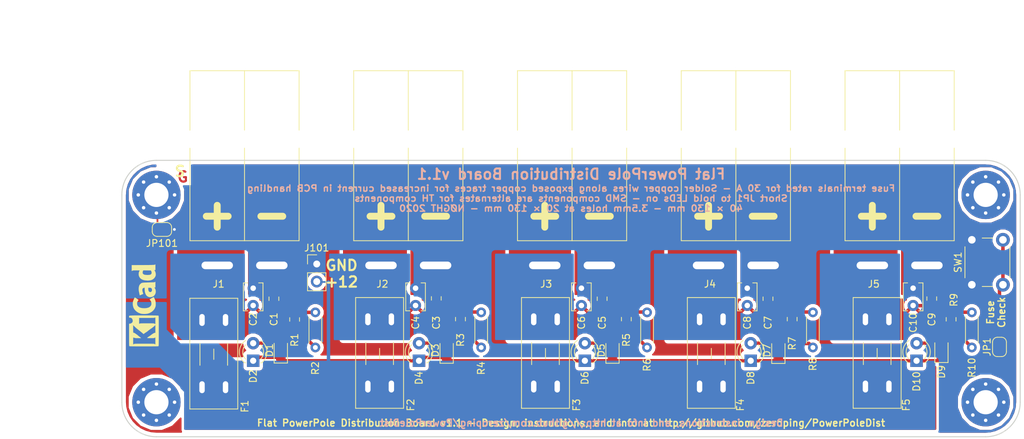
<source format=kicad_pcb>
(kicad_pcb (version 20171130) (host pcbnew 5.0.2+dfsg1-1)
  (layers (0 F.Cu signal) (31 B.Cu signal) (34 B.Paste user) (35 F.Paste user) (36 B.SilkS user) (37 F.SilkS user hide) (38 B.Mask user) (39 F.Mask user) (44 Edge.Cuts user))
  (net 0 "")
  (net 1 GND)
  (net 2 "Net-(D1-Pad1)")
  (net 3 "Net-(D1-Pad2)")
  (net 4 "Net-(D3-Pad2)")
  (net 5 "Net-(D5-Pad2)")
  (net 6 "Net-(D7-Pad2)")
  (net 7 "Net-(D10-Pad2)")
  (net 8 +12V)
  (net 9 "Net-(C1-Pad1)")
  (net 10 "Net-(C3-Pad1)")
  (net 11 "Net-(C5-Pad1)")
  (net 12 "Net-(C7-Pad1)")
  (net 13 "Net-(C10-Pad1)")
  (net 14 "Net-(H4-Pad1)")
  (module Jumper:SolderJumper-2_P1.3mm_Open_RoundedPad1.0x1.5mm (layer F.Cu) (at 86.8 58)
    (fp_text reference JP101 (at 0 2) (layer F.SilkS))
    (fp_text value Case_GND)
    (pad 1 smd custom (at -0.65 0) (size 1 0.5) (layers F.Cu F.Mask) (net 14 "Net-(H4-Pad1)") (options (clearance outline) (anchor rect)) (primitives (gr_circle (center 0 0.25) (end 0.5 0.25) (width 0)) (gr_circle (center 0 -0.25) (end 0.5 -0.25) (width 0)) (gr_poly (pts (xy 0 -0.75) (xy 0.5 -0.75) (xy 0.5 0.75) (xy 0 0.75)) (width 0))))
    (pad 2 smd custom (at 0.65 0) (size 1 0.5) (layers F.Cu F.Mask) (net 1 GND) (options (clearance outline) (anchor rect)) (primitives (gr_circle (center 0 0.25) (end 0.5 0.25) (width 0)) (gr_circle (center 0 -0.25) (end 0.5 -0.25) (width 0)) (gr_poly (pts (xy 0 -0.75) (xy -0.5 -0.75) (xy -0.5 0.75) (xy 0 0.75)) (width 0))))
  )
  (module Diode_SMD:D_0805_2012Metric_Pad1.15x1.40mm_HandSolder (layer F.Cu) (at 199.6 75.4 90)
    (fp_text reference D9 (at -3.2 0 90) (layer F.SilkS))
    (fp_text value LED)
    (pad 1 smd roundrect (at -1.025 0 90) (size 1.15 1.4) (layers F.Cu F.Paste F.Mask) (roundrect_rratio 0.217391) (net 2 "Net-(D1-Pad1)"))
    (pad 2 smd roundrect (at 1.025 0 90) (size 1.15 1.4) (layers F.Cu F.Paste F.Mask) (roundrect_rratio 0.217391) (net 7 "Net-(D10-Pad2)"))
  )
  (module Connector_Anderson:PowerPole_PP45_1336G1_1x2_Horizontal (layer F.Cu) (at 94.8 63.2)
    (fp_text reference J1 (at 0.2 2.7) (layer F.SilkS))
    (fp_text value Conn_01x02)
    (pad 2 thru_hole oval (at 7.9 0) (size 5.55 2.1) (drill oval 4.55 1.1) (layers *.Cu *.Mask) (net 1 GND))
    (pad 1 thru_hole oval (at 0 0) (size 5.55 2.1) (drill oval 4.55 1.1) (layers *.Cu *.Mask) (net 9 "Net-(C1-Pad1)"))
  )
  (module Connector_Anderson:PowerPole_PP45_1336G1_1x2_Horizontal (layer F.Cu) (at 118.5 63.2)
    (fp_text reference J2 (at 0.2 2.7) (layer F.SilkS))
    (fp_text value Conn_01x02)
    (pad 2 thru_hole oval (at 7.9 0) (size 5.55 2.1) (drill oval 4.55 1.1) (layers *.Cu *.Mask) (net 1 GND))
    (pad 1 thru_hole oval (at 0 0) (size 5.55 2.1) (drill oval 4.55 1.1) (layers *.Cu *.Mask) (net 10 "Net-(C3-Pad1)"))
  )
  (module Connector_Anderson:PowerPole_PP45_1336G1_1x2_Horizontal (layer F.Cu) (at 142.2 63.2)
    (fp_text reference J3 (at 0.2 2.7) (layer F.SilkS))
    (fp_text value Conn_01x02)
    (pad 2 thru_hole oval (at 7.9 0) (size 5.55 2.1) (drill oval 4.55 1.1) (layers *.Cu *.Mask) (net 1 GND))
    (pad 1 thru_hole oval (at 0 0) (size 5.55 2.1) (drill oval 4.55 1.1) (layers *.Cu *.Mask) (net 11 "Net-(C5-Pad1)"))
  )
  (module Connector_Anderson:PowerPole_PP45_1336G1_1x2_Horizontal (layer F.Cu) (at 165.9 63.2)
    (fp_text reference J4 (at 0.2 2.7) (layer F.SilkS))
    (fp_text value Conn_01x02)
    (pad 2 thru_hole oval (at 7.9 0) (size 5.55 2.1) (drill oval 4.55 1.1) (layers *.Cu *.Mask) (net 1 GND))
    (pad 1 thru_hole oval (at 0 0) (size 5.55 2.1) (drill oval 4.55 1.1) (layers *.Cu *.Mask) (net 12 "Net-(C7-Pad1)"))
  )
  (module Connector_Anderson:PowerPole_PP45_1336G1_1x2_Horizontal (layer F.Cu) (at 189.6 63.2)
    (fp_text reference J5 (at 0.2 2.7) (layer F.SilkS))
    (fp_text value Conn_01x02)
    (pad 2 thru_hole oval (at 7.9 0) (size 5.55 2.1) (drill oval 4.55 1.1) (layers *.Cu *.Mask) (net 1 GND))
    (pad 1 thru_hole oval (at 0 0) (size 5.55 2.1) (drill oval 4.55 1.1) (layers *.Cu *.Mask) (net 13 "Net-(C10-Pad1)"))
  )
  (module Fuse:Fuseholder_Blade_Mini_Keystone_3557_Slots (layer F.Cu) (at 96 71.1 270)
    (fp_text reference F1 (at 12.5 -2.8 270) (layer F.SilkS))
    (fp_text value Fuse)
    (pad 2 smd rect (at 10.53 1.7 270) (size 1.6 3.4) (layers F.Cu F.Mask) (net 8 +12V))
    (pad 1 smd rect (at -0.8 1.8 270) (size 1.6 3.4) (layers F.Cu F.Mask) (net 9 "Net-(C1-Pad1)"))
    (pad 2 thru_hole oval (at 9.73 3.4 270) (size 3.2 2.25) (drill oval 1.73 0.78) (layers *.Cu *.Mask) (net 8 +12V))
    (pad 2 thru_hole oval (at 9.73 0 270) (size 3.2 2.25) (drill oval 1.73 0.78) (layers *.Cu *.Mask) (net 8 +12V))
    (pad 1 thru_hole oval (at 0 3.4 270) (size 3.2 2.25) (drill oval 1.73 0.78) (layers *.Cu *.Mask) (net 9 "Net-(C1-Pad1)"))
    (pad 1 thru_hole oval (at 0 0 270) (size 3.2 2.25) (drill oval 1.73 0.78) (layers *.Cu *.Mask) (net 9 "Net-(C1-Pad1)"))
  )
  (module Fuse:Fuseholder_Blade_Mini_Keystone_3557_Slots (layer F.Cu) (at 120 71 270)
    (fp_text reference F2 (at 12.4 -2.8 270) (layer F.SilkS))
    (fp_text value Fuse)
    (pad 2 smd rect (at 10.53 1.7 270) (size 1.6 3.4) (layers F.Cu F.Mask) (net 8 +12V))
    (pad 1 smd rect (at -0.8 1.8 270) (size 1.6 3.4) (layers F.Cu F.Mask) (net 10 "Net-(C3-Pad1)"))
    (pad 2 thru_hole oval (at 9.73 3.4 270) (size 3.2 2.25) (drill oval 1.73 0.78) (layers *.Cu *.Mask) (net 8 +12V))
    (pad 2 thru_hole oval (at 9.73 0 270) (size 3.2 2.25) (drill oval 1.73 0.78) (layers *.Cu *.Mask) (net 8 +12V))
    (pad 1 thru_hole oval (at 0 3.4 270) (size 3.2 2.25) (drill oval 1.73 0.78) (layers *.Cu *.Mask) (net 10 "Net-(C3-Pad1)"))
    (pad 1 thru_hole oval (at 0 0 270) (size 3.2 2.25) (drill oval 1.73 0.78) (layers *.Cu *.Mask) (net 10 "Net-(C3-Pad1)"))
  )
  (module Fuse:Fuseholder_Blade_Mini_Keystone_3557_Slots (layer F.Cu) (at 144 71 270)
    (fp_text reference F3 (at 12.4 -2.8 270) (layer F.SilkS))
    (fp_text value Fuse)
    (pad 2 smd rect (at 10.53 1.7 270) (size 1.6 3.4) (layers F.Cu F.Mask) (net 8 +12V))
    (pad 1 smd rect (at -0.8 1.8 270) (size 1.6 3.4) (layers F.Cu F.Mask) (net 11 "Net-(C5-Pad1)"))
    (pad 2 thru_hole oval (at 9.73 3.4 270) (size 3.2 2.25) (drill oval 1.73 0.78) (layers *.Cu *.Mask) (net 8 +12V))
    (pad 2 thru_hole oval (at 9.73 0 270) (size 3.2 2.25) (drill oval 1.73 0.78) (layers *.Cu *.Mask) (net 8 +12V))
    (pad 1 thru_hole oval (at 0 3.4 270) (size 3.2 2.25) (drill oval 1.73 0.78) (layers *.Cu *.Mask) (net 11 "Net-(C5-Pad1)"))
    (pad 1 thru_hole oval (at 0 0 270) (size 3.2 2.25) (drill oval 1.73 0.78) (layers *.Cu *.Mask) (net 11 "Net-(C5-Pad1)"))
  )
  (module Fuse:Fuseholder_Blade_Mini_Keystone_3557_Slots (layer F.Cu) (at 168 71 270)
    (fp_text reference F4 (at 12.4 -2.5 270) (layer F.SilkS))
    (fp_text value Fuse)
    (pad 2 smd rect (at 10.53 1.7 270) (size 1.6 3.4) (layers F.Cu F.Mask) (net 8 +12V))
    (pad 1 smd rect (at -0.8 1.8 270) (size 1.6 3.4) (layers F.Cu F.Mask) (net 12 "Net-(C7-Pad1)"))
    (pad 2 thru_hole oval (at 9.73 3.4 270) (size 3.2 2.25) (drill oval 1.73 0.78) (layers *.Cu *.Mask) (net 8 +12V))
    (pad 2 thru_hole oval (at 9.73 0 270) (size 3.2 2.25) (drill oval 1.73 0.78) (layers *.Cu *.Mask) (net 8 +12V))
    (pad 1 thru_hole oval (at 0 3.4 270) (size 3.2 2.25) (drill oval 1.73 0.78) (layers *.Cu *.Mask) (net 12 "Net-(C7-Pad1)"))
    (pad 1 thru_hole oval (at 0 0 270) (size 3.2 2.25) (drill oval 1.73 0.78) (layers *.Cu *.Mask) (net 12 "Net-(C7-Pad1)"))
  )
  (module Fuse:Fuseholder_Blade_Mini_Keystone_3557_Slots (layer F.Cu) (at 192 71 270)
    (fp_text reference F5 (at 12.4 -2.5 270) (layer F.SilkS))
    (fp_text value Fuse)
    (pad 2 smd rect (at 10.53 1.7 270) (size 1.6 3.4) (layers F.Cu F.Mask) (net 8 +12V))
    (pad 1 smd rect (at -0.8 1.8 270) (size 1.6 3.4) (layers F.Cu F.Mask) (net 13 "Net-(C10-Pad1)"))
    (pad 2 thru_hole oval (at 9.73 3.4 270) (size 3.2 2.25) (drill oval 1.73 0.78) (layers *.Cu *.Mask) (net 8 +12V))
    (pad 2 thru_hole oval (at 9.73 0 270) (size 3.2 2.25) (drill oval 1.73 0.78) (layers *.Cu *.Mask) (net 8 +12V))
    (pad 1 thru_hole oval (at 0 3.4 270) (size 3.2 2.25) (drill oval 1.73 0.78) (layers *.Cu *.Mask) (net 13 "Net-(C10-Pad1)"))
    (pad 1 thru_hole oval (at 0 0 270) (size 3.2 2.25) (drill oval 1.73 0.78) (layers *.Cu *.Mask) (net 13 "Net-(C10-Pad1)"))
  )
  (module Resistor_SMD:R_0805_2012Metric_Pad1.15x1.40mm_HandSolder (layer F.Cu) (at 130 70.975 270)
    (fp_text reference R3 (at 3.025 0 270) (layer F.SilkS))
    (fp_text value 330)
    (pad 1 smd roundrect (at -1.025 0 270) (size 1.15 1.4) (layers F.Cu F.Paste F.Mask) (roundrect_rratio 0.217391) (net 10 "Net-(C3-Pad1)"))
    (pad 2 smd roundrect (at 1.025 0 270) (size 1.15 1.4) (layers F.Cu F.Paste F.Mask) (roundrect_rratio 0.217391) (net 4 "Net-(D3-Pad2)"))
  )
  (module Resistor_SMD:R_0805_2012Metric_Pad1.15x1.40mm_HandSolder (layer F.Cu) (at 201 71 270)
    (fp_text reference R9 (at -2.8 -0.4 270) (layer F.SilkS))
    (fp_text value 330)
    (pad 1 smd roundrect (at -1.025 0 270) (size 1.15 1.4) (layers F.Cu F.Paste F.Mask) (roundrect_rratio 0.217391) (net 13 "Net-(C10-Pad1)"))
    (pad 2 smd roundrect (at 1.025 0 270) (size 1.15 1.4) (layers F.Cu F.Paste F.Mask) (roundrect_rratio 0.217391) (net 7 "Net-(D10-Pad2)"))
  )
  (module LED_THT:LED_D3.0mm (layer F.Cu) (at 124 77 90)
    (fp_text reference D4 (at -2.5 0 90) (layer F.SilkS))
    (fp_text value LED)
    (pad 2 thru_hole circle (at 2.54 0 90) (size 1.8 1.8) (drill 0.9) (layers *.Cu *.Mask) (net 4 "Net-(D3-Pad2)"))
    (pad 1 thru_hole rect (at 0 0 90) (size 1.8 1.8) (drill 0.9) (layers *.Cu *.Mask) (net 2 "Net-(D1-Pad1)"))
  )
  (module LED_THT:LED_D3.0mm (layer F.Cu) (at 196 77 90)
    (fp_text reference D10 (at -3 0 90) (layer F.SilkS))
    (fp_text value LED)
    (pad 1 thru_hole rect (at 0 0 90) (size 1.8 1.8) (drill 0.9) (layers *.Cu *.Mask) (net 2 "Net-(D1-Pad1)"))
    (pad 2 thru_hole circle (at 2.54 0 90) (size 1.8 1.8) (drill 0.9) (layers *.Cu *.Mask) (net 7 "Net-(D10-Pad2)"))
  )
  (module LED_THT:LED_D3.0mm (layer F.Cu) (at 100 77 90)
    (fp_text reference D2 (at -2.25 0 90) (layer F.SilkS))
    (fp_text value LED)
    (pad 1 thru_hole rect (at 0 0 90) (size 1.8 1.8) (drill 0.9) (layers *.Cu *.Mask) (net 2 "Net-(D1-Pad1)"))
    (pad 2 thru_hole circle (at 2.54 0 90) (size 1.8 1.8) (drill 0.9) (layers *.Cu *.Mask) (net 3 "Net-(D1-Pad2)"))
  )
  (module LED_THT:LED_D3.0mm (layer F.Cu) (at 148 77 90)
    (fp_text reference D6 (at -2.5 0 90) (layer F.SilkS))
    (fp_text value LED)
    (pad 2 thru_hole circle (at 2.54 0 90) (size 1.8 1.8) (drill 0.9) (layers *.Cu *.Mask) (net 5 "Net-(D5-Pad2)"))
    (pad 1 thru_hole rect (at 0 0 90) (size 1.8 1.8) (drill 0.9) (layers *.Cu *.Mask) (net 2 "Net-(D1-Pad1)"))
  )
  (module LED_THT:LED_D3.0mm (layer F.Cu) (at 172 77 90)
    (fp_text reference D8 (at -2.5 0 90) (layer F.SilkS))
    (fp_text value LED)
    (pad 1 thru_hole rect (at 0 0 90) (size 1.8 1.8) (drill 0.9) (layers *.Cu *.Mask) (net 2 "Net-(D1-Pad1)"))
    (pad 2 thru_hole circle (at 2.54 0 90) (size 1.8 1.8) (drill 0.9) (layers *.Cu *.Mask) (net 6 "Net-(D7-Pad2)"))
  )
  (module Resistor_SMD:R_0805_2012Metric_Pad1.15x1.40mm_HandSolder (layer F.Cu) (at 106 71.025 270)
    (fp_text reference R1 (at 2.975 0 270) (layer F.SilkS))
    (fp_text value 330)
    (pad 2 smd roundrect (at 1.025 0 270) (size 1.15 1.4) (layers F.Cu F.Paste F.Mask) (roundrect_rratio 0.217391) (net 3 "Net-(D1-Pad2)"))
    (pad 1 smd roundrect (at -1.025 0 270) (size 1.15 1.4) (layers F.Cu F.Paste F.Mask) (roundrect_rratio 0.217391) (net 9 "Net-(C1-Pad1)"))
  )
  (module Resistor_THT:R_Axial_DIN0204_L3.6mm_D1.6mm_P5.08mm_Horizontal (layer F.Cu) (at 109 70 270)
    (fp_text reference R2 (at 8.08 0 270) (layer F.SilkS))
    (fp_text value 330)
    (pad 2 thru_hole oval (at 5.08 0 270) (size 1.4 1.4) (drill 0.7) (layers *.Cu *.Mask) (net 3 "Net-(D1-Pad2)"))
    (pad 1 thru_hole circle (at 0 0 270) (size 1.4 1.4) (drill 0.7) (layers *.Cu *.Mask) (net 9 "Net-(C1-Pad1)"))
  )
  (module Resistor_THT:R_Axial_DIN0204_L3.6mm_D1.6mm_P5.08mm_Horizontal (layer F.Cu) (at 133 70 270)
    (fp_text reference R4 (at 8.08 0 270) (layer F.SilkS))
    (fp_text value 330)
    (pad 1 thru_hole circle (at 0 0 270) (size 1.4 1.4) (drill 0.7) (layers *.Cu *.Mask) (net 10 "Net-(C3-Pad1)"))
    (pad 2 thru_hole oval (at 5.08 0 270) (size 1.4 1.4) (drill 0.7) (layers *.Cu *.Mask) (net 4 "Net-(D3-Pad2)"))
  )
  (module Resistor_SMD:R_0805_2012Metric_Pad1.15x1.40mm_HandSolder (layer F.Cu) (at 154 70.975 270)
    (fp_text reference R5 (at 3.025 0 270) (layer F.SilkS))
    (fp_text value 330)
    (pad 1 smd roundrect (at -1.025 0 270) (size 1.15 1.4) (layers F.Cu F.Paste F.Mask) (roundrect_rratio 0.217391) (net 11 "Net-(C5-Pad1)"))
    (pad 2 smd roundrect (at 1.025 0 270) (size 1.15 1.4) (layers F.Cu F.Paste F.Mask) (roundrect_rratio 0.217391) (net 5 "Net-(D5-Pad2)"))
  )
  (module Resistor_THT:R_Axial_DIN0204_L3.6mm_D1.6mm_P5.08mm_Horizontal (layer F.Cu) (at 157 70 270)
    (fp_text reference R6 (at 7.58 0 270) (layer F.SilkS))
    (fp_text value 330)
    (pad 1 thru_hole circle (at 0 0 270) (size 1.4 1.4) (drill 0.7) (layers *.Cu *.Mask) (net 11 "Net-(C5-Pad1)"))
    (pad 2 thru_hole oval (at 5.08 0 270) (size 1.4 1.4) (drill 0.7) (layers *.Cu *.Mask) (net 5 "Net-(D5-Pad2)"))
  )
  (module Resistor_SMD:R_0805_2012Metric_Pad1.15x1.40mm_HandSolder (layer F.Cu) (at 178 70.975 270)
    (fp_text reference R7 (at 3.525 0 270) (layer F.SilkS))
    (fp_text value 330)
    (pad 1 smd roundrect (at -1.025 0 270) (size 1.15 1.4) (layers F.Cu F.Paste F.Mask) (roundrect_rratio 0.217391) (net 12 "Net-(C7-Pad1)"))
    (pad 2 smd roundrect (at 1.025 0 270) (size 1.15 1.4) (layers F.Cu F.Paste F.Mask) (roundrect_rratio 0.217391) (net 6 "Net-(D7-Pad2)"))
  )
  (module Resistor_THT:R_Axial_DIN0204_L3.6mm_D1.6mm_P5.08mm_Horizontal (layer F.Cu) (at 181 70 270)
    (fp_text reference R8 (at 7.5 0 270) (layer F.SilkS))
    (fp_text value 330)
    (pad 2 thru_hole oval (at 5.08 0 270) (size 1.4 1.4) (drill 0.7) (layers *.Cu *.Mask) (net 6 "Net-(D7-Pad2)"))
    (pad 1 thru_hole circle (at 0 0 270) (size 1.4 1.4) (drill 0.7) (layers *.Cu *.Mask) (net 12 "Net-(C7-Pad1)"))
  )
  (module Resistor_THT:R_Axial_DIN0204_L3.6mm_D1.6mm_P5.08mm_Horizontal (layer F.Cu) (at 204 70 270)
    (fp_text reference R10 (at 8 0 270) (layer F.SilkS))
    (fp_text value 330)
    (pad 1 thru_hole circle (at 0 0 270) (size 1.4 1.4) (drill 0.7) (layers *.Cu *.Mask) (net 13 "Net-(C10-Pad1)"))
    (pad 2 thru_hole oval (at 5.08 0 270) (size 1.4 1.4) (drill 0.7) (layers *.Cu *.Mask) (net 7 "Net-(D10-Pad2)"))
  )
  (module Button_Switch_THT:SW_PUSH_6mm_H4.3mm (layer F.Cu) (at 204 66 90)
    (fp_text reference SW1 (at 3.25 -2 90) (layer F.SilkS))
    (fp_text value SW_Push_Dual)
    (pad 2 thru_hole circle (at 0 4.5 180) (size 2 2) (drill 1.1) (layers *.Cu *.Mask) (net 2 "Net-(D1-Pad1)"))
    (pad 1 thru_hole circle (at 0 0 180) (size 2 2) (drill 1.1) (layers *.Cu *.Mask) (net 1 GND))
    (pad 2 thru_hole circle (at 6.5 4.5 180) (size 2 2) (drill 1.1) (layers *.Cu *.Mask) (net 2 "Net-(D1-Pad1)"))
    (pad 1 thru_hole circle (at 6.5 0 180) (size 2 2) (drill 1.1) (layers *.Cu *.Mask) (net 1 GND))
  )
  (module Jumper:SolderJumper-2_P1.3mm_Open_RoundedPad1.0x1.5mm (layer F.Cu) (at 208 75 90)
    (fp_text reference JP1 (at 0 -1.8 90) (layer F.SilkS))
    (fp_text value LED_EN)
    (pad 1 smd custom (at -0.65 0 90) (size 1 0.5) (layers F.Cu F.Mask) (net 1 GND) (options (clearance outline) (anchor rect)) (primitives (gr_circle (center 0 0.25) (end 0.5 0.25) (width 0)) (gr_circle (center 0 -0.25) (end 0.5 -0.25) (width 0)) (gr_poly (pts (xy 0 -0.75) (xy 0.5 -0.75) (xy 0.5 0.75) (xy 0 0.75)) (width 0))))
    (pad 2 smd custom (at 0.65 0 90) (size 1 0.5) (layers F.Cu F.Mask) (net 2 "Net-(D1-Pad1)") (options (clearance outline) (anchor rect)) (primitives (gr_circle (center 0 0.25) (end 0.5 0.25) (width 0)) (gr_circle (center 0 -0.25) (end 0.5 -0.25) (width 0)) (gr_poly (pts (xy 0 -0.75) (xy -0.5 -0.75) (xy -0.5 0.75) (xy 0 0.75)) (width 0))))
  )
  (module Capacitor_SMD:C_0805_2012Metric_Pad1.15x1.40mm_HandSolder (layer F.Cu) (at 103 68.025 90)
    (fp_text reference C1 (at -2.975 0 90) (layer F.SilkS))
    (fp_text value 0.1uF)
    (pad 2 smd roundrect (at 1.025 0 90) (size 1.15 1.4) (layers F.Cu F.Paste F.Mask) (roundrect_rratio 0.217391) (net 1 GND))
    (pad 1 smd roundrect (at -1.025 0 90) (size 1.15 1.4) (layers F.Cu F.Paste F.Mask) (roundrect_rratio 0.217391) (net 9 "Net-(C1-Pad1)"))
  )
  (module Capacitor_THT:C_Disc_D3.8mm_W2.6mm_P2.50mm (layer F.Cu) (at 100 69 90)
    (fp_text reference C2 (at -2 0 90) (layer F.SilkS))
    (fp_text value 0.1uF)
    (pad 2 thru_hole circle (at 2.5 0 90) (size 1.6 1.6) (drill 0.8) (layers *.Cu *.Mask) (net 1 GND))
    (pad 1 thru_hole circle (at 0 0 90) (size 1.6 1.6) (drill 0.8) (layers *.Cu *.Mask) (net 9 "Net-(C1-Pad1)"))
  )
  (module Capacitor_SMD:C_0805_2012Metric_Pad1.15x1.40mm_HandSolder (layer F.Cu) (at 126.5 67.975 90)
    (fp_text reference C3 (at -3.525 0 90) (layer F.SilkS))
    (fp_text value 0.1uF)
    (pad 1 smd roundrect (at -1.025 0 90) (size 1.15 1.4) (layers F.Cu F.Paste F.Mask) (roundrect_rratio 0.217391) (net 10 "Net-(C3-Pad1)"))
    (pad 2 smd roundrect (at 1.025 0 90) (size 1.15 1.4) (layers F.Cu F.Paste F.Mask) (roundrect_rratio 0.217391) (net 1 GND))
  )
  (module Capacitor_THT:C_Disc_D3.8mm_W2.6mm_P2.50mm (layer F.Cu) (at 123.5 69 90)
    (fp_text reference C4 (at -2.5 0 90) (layer F.SilkS))
    (fp_text value 0.1uF)
    (pad 1 thru_hole circle (at 0 0 90) (size 1.6 1.6) (drill 0.8) (layers *.Cu *.Mask) (net 10 "Net-(C3-Pad1)"))
    (pad 2 thru_hole circle (at 2.5 0 90) (size 1.6 1.6) (drill 0.8) (layers *.Cu *.Mask) (net 1 GND))
  )
  (module Capacitor_SMD:C_0805_2012Metric_Pad1.15x1.40mm_HandSolder (layer F.Cu) (at 150.5 68.025 90)
    (fp_text reference C5 (at -3.475 0 90) (layer F.SilkS))
    (fp_text value 0.1uF)
    (pad 2 smd roundrect (at 1.025 0 90) (size 1.15 1.4) (layers F.Cu F.Paste F.Mask) (roundrect_rratio 0.217391) (net 1 GND))
    (pad 1 smd roundrect (at -1.025 0 90) (size 1.15 1.4) (layers F.Cu F.Paste F.Mask) (roundrect_rratio 0.217391) (net 11 "Net-(C5-Pad1)"))
  )
  (module Capacitor_THT:C_Disc_D3.8mm_W2.6mm_P2.50mm (layer F.Cu) (at 147.5 69 90)
    (fp_text reference C6 (at -2.5 0 90) (layer F.SilkS))
    (fp_text value 0.1uF)
    (pad 2 thru_hole circle (at 2.5 0 90) (size 1.6 1.6) (drill 0.8) (layers *.Cu *.Mask) (net 1 GND))
    (pad 1 thru_hole circle (at 0 0 90) (size 1.6 1.6) (drill 0.8) (layers *.Cu *.Mask) (net 11 "Net-(C5-Pad1)"))
  )
  (module Capacitor_SMD:C_0805_2012Metric_Pad1.15x1.40mm_HandSolder (layer F.Cu) (at 174.5 68.025 90)
    (fp_text reference C7 (at -3.475 0 90) (layer F.SilkS))
    (fp_text value 0.1uF)
    (pad 1 smd roundrect (at -1.025 0 90) (size 1.15 1.4) (layers F.Cu F.Paste F.Mask) (roundrect_rratio 0.217391) (net 12 "Net-(C7-Pad1)"))
    (pad 2 smd roundrect (at 1.025 0 90) (size 1.15 1.4) (layers F.Cu F.Paste F.Mask) (roundrect_rratio 0.217391) (net 1 GND))
  )
  (module Capacitor_THT:C_Disc_D3.8mm_W2.6mm_P2.50mm (layer F.Cu) (at 171.5 69 90)
    (fp_text reference C8 (at -2.5 0 90) (layer F.SilkS))
    (fp_text value 0.1uF)
    (pad 1 thru_hole circle (at 0 0 90) (size 1.6 1.6) (drill 0.8) (layers *.Cu *.Mask) (net 12 "Net-(C7-Pad1)"))
    (pad 2 thru_hole circle (at 2.5 0 90) (size 1.6 1.6) (drill 0.8) (layers *.Cu *.Mask) (net 1 GND))
  )
  (module Capacitor_SMD:C_0805_2012Metric_Pad1.15x1.40mm_HandSolder (layer F.Cu) (at 198.2 68 90)
    (fp_text reference C9 (at -3.025 0 90) (layer F.SilkS))
    (fp_text value 0.1uF)
    (pad 1 smd roundrect (at -1.025 0 90) (size 1.15 1.4) (layers F.Cu F.Paste F.Mask) (roundrect_rratio 0.217391) (net 13 "Net-(C10-Pad1)"))
    (pad 2 smd roundrect (at 1.025 0 90) (size 1.15 1.4) (layers F.Cu F.Paste F.Mask) (roundrect_rratio 0.217391) (net 1 GND))
  )
  (module Capacitor_THT:C_Disc_D3.8mm_W2.6mm_P2.50mm (layer F.Cu) (at 195.5 69 90)
    (fp_text reference C10 (at -2.5 0 90) (layer F.SilkS))
    (fp_text value 0.1uF)
    (pad 1 thru_hole circle (at 0 0 90) (size 1.6 1.6) (drill 0.8) (layers *.Cu *.Mask) (net 13 "Net-(C10-Pad1)"))
    (pad 2 thru_hole circle (at 2.5 0 90) (size 1.6 1.6) (drill 0.8) (layers *.Cu *.Mask) (net 1 GND))
  )
  (module MountingHole:MountingHole_3.5mm_Pad_Via (layer F.Cu) (at 86 83)
    (fp_text reference H1 hide)
    (fp_text value MountingHole)
    (pad 1 thru_hole circle (at 0 0) (size 7 7) (drill 3.5) (layers *.Cu *.Mask))
    (pad 1 thru_hole circle (at 2.625 0) (size 0.8 0.8) (drill 0.5) (layers *.Cu *.Mask))
    (pad 1 thru_hole circle (at 1.856155 1.856155) (size 0.8 0.8) (drill 0.5) (layers *.Cu *.Mask))
    (pad 1 thru_hole circle (at 0 2.625) (size 0.8 0.8) (drill 0.5) (layers *.Cu *.Mask))
    (pad 1 thru_hole circle (at -1.856155 1.856155) (size 0.8 0.8) (drill 0.5) (layers *.Cu *.Mask))
    (pad 1 thru_hole circle (at -2.625 0) (size 0.8 0.8) (drill 0.5) (layers *.Cu *.Mask))
    (pad 1 thru_hole circle (at -1.856155 -1.856155) (size 0.8 0.8) (drill 0.5) (layers *.Cu *.Mask))
    (pad 1 thru_hole circle (at 0 -2.625) (size 0.8 0.8) (drill 0.5) (layers *.Cu *.Mask))
    (pad 1 thru_hole circle (at 1.856155 -1.856155) (size 0.8 0.8) (drill 0.5) (layers *.Cu *.Mask))
  )
  (module MountingHole:MountingHole_3.5mm_Pad_Via (layer F.Cu) (at 206 53)
    (fp_text reference H2 hide)
    (fp_text value MountingHole)
    (pad 1 thru_hole circle (at 1.856155 -1.856155) (size 0.8 0.8) (drill 0.5) (layers *.Cu *.Mask))
    (pad 1 thru_hole circle (at 0 -2.625) (size 0.8 0.8) (drill 0.5) (layers *.Cu *.Mask))
    (pad 1 thru_hole circle (at -1.856155 -1.856155) (size 0.8 0.8) (drill 0.5) (layers *.Cu *.Mask))
    (pad 1 thru_hole circle (at -2.625 0) (size 0.8 0.8) (drill 0.5) (layers *.Cu *.Mask))
    (pad 1 thru_hole circle (at -1.856155 1.856155) (size 0.8 0.8) (drill 0.5) (layers *.Cu *.Mask))
    (pad 1 thru_hole circle (at 0 2.625) (size 0.8 0.8) (drill 0.5) (layers *.Cu *.Mask))
    (pad 1 thru_hole circle (at 1.856155 1.856155) (size 0.8 0.8) (drill 0.5) (layers *.Cu *.Mask))
    (pad 1 thru_hole circle (at 2.625 0) (size 0.8 0.8) (drill 0.5) (layers *.Cu *.Mask))
    (pad 1 thru_hole circle (at 0 0) (size 7 7) (drill 3.5) (layers *.Cu *.Mask))
  )
  (module MountingHole:MountingHole_3.5mm_Pad_Via (layer F.Cu) (at 206 83)
    (fp_text reference H3 hide)
    (fp_text value MountingHole)
    (pad 1 thru_hole circle (at 1.856155 -1.856155) (size 0.8 0.8) (drill 0.5) (layers *.Cu *.Mask))
    (pad 1 thru_hole circle (at 0 -2.625) (size 0.8 0.8) (drill 0.5) (layers *.Cu *.Mask))
    (pad 1 thru_hole circle (at -1.856155 -1.856155) (size 0.8 0.8) (drill 0.5) (layers *.Cu *.Mask))
    (pad 1 thru_hole circle (at -2.625 0) (size 0.8 0.8) (drill 0.5) (layers *.Cu *.Mask))
    (pad 1 thru_hole circle (at -1.856155 1.856155) (size 0.8 0.8) (drill 0.5) (layers *.Cu *.Mask))
    (pad 1 thru_hole circle (at 0 2.625) (size 0.8 0.8) (drill 0.5) (layers *.Cu *.Mask))
    (pad 1 thru_hole circle (at 1.856155 1.856155) (size 0.8 0.8) (drill 0.5) (layers *.Cu *.Mask))
    (pad 1 thru_hole circle (at 2.625 0) (size 0.8 0.8) (drill 0.5) (layers *.Cu *.Mask))
    (pad 1 thru_hole circle (at 0 0) (size 7 7) (drill 3.5) (layers *.Cu *.Mask))
  )
  (module MountingHole:MountingHole_3.5mm_Pad_Via (layer F.Cu) (at 86 53)
    (fp_text reference H4 hide)
    (fp_text value MountingHole)
    (pad 1 thru_hole circle (at 0 0) (size 7 7) (drill 3.5) (layers *.Cu *.Mask) (net 14 "Net-(H4-Pad1)"))
    (pad 1 thru_hole circle (at 2.625 0) (size 0.8 0.8) (drill 0.5) (layers *.Cu *.Mask) (net 14 "Net-(H4-Pad1)"))
    (pad 1 thru_hole circle (at 1.856155 1.856155) (size 0.8 0.8) (drill 0.5) (layers *.Cu *.Mask) (net 14 "Net-(H4-Pad1)"))
    (pad 1 thru_hole circle (at 0 2.625) (size 0.8 0.8) (drill 0.5) (layers *.Cu *.Mask) (net 14 "Net-(H4-Pad1)"))
    (pad 1 thru_hole circle (at -1.856155 1.856155) (size 0.8 0.8) (drill 0.5) (layers *.Cu *.Mask) (net 14 "Net-(H4-Pad1)"))
    (pad 1 thru_hole circle (at -2.625 0) (size 0.8 0.8) (drill 0.5) (layers *.Cu *.Mask) (net 14 "Net-(H4-Pad1)"))
    (pad 1 thru_hole circle (at -1.856155 -1.856155) (size 0.8 0.8) (drill 0.5) (layers *.Cu *.Mask) (net 14 "Net-(H4-Pad1)"))
    (pad 1 thru_hole circle (at 0 -2.625) (size 0.8 0.8) (drill 0.5) (layers *.Cu *.Mask) (net 14 "Net-(H4-Pad1)"))
    (pad 1 thru_hole circle (at 1.856155 -1.856155) (size 0.8 0.8) (drill 0.5) (layers *.Cu *.Mask) (net 14 "Net-(H4-Pad1)"))
  )
  (module Symbol:Symbol_KiCAD-Logo_CopperAndSilkScreenTop (layer F.Cu) (at 84 69 90)
    (fp_text reference REF** hide)
    (fp_text value "KiCAD Logo" hide)
  )
  (module Diode_SMD:D_0805_2012Metric_Pad1.15x1.40mm_HandSolder (layer F.Cu) (at 104 75.475 90)
    (fp_text reference D1 (at 0 -1.65 90) (layer F.SilkS))
    (fp_text value LED)
    (pad 2 smd roundrect (at 1.025 0 90) (size 1.15 1.4) (layers F.Cu F.Paste F.Mask) (roundrect_rratio 0.217391) (net 3 "Net-(D1-Pad2)"))
    (pad 1 smd roundrect (at -1.025 0 90) (size 1.15 1.4) (layers F.Cu F.Paste F.Mask) (roundrect_rratio 0.217391) (net 2 "Net-(D1-Pad1)"))
  )
  (module Diode_SMD:D_0805_2012Metric_Pad1.15x1.40mm_HandSolder (layer F.Cu) (at 128 75.5 90)
    (fp_text reference D3 (at 0 -1.65 90) (layer F.SilkS))
    (fp_text value LED)
    (pad 1 smd roundrect (at -1.025 0 90) (size 1.15 1.4) (layers F.Cu F.Paste F.Mask) (roundrect_rratio 0.217391) (net 2 "Net-(D1-Pad1)"))
    (pad 2 smd roundrect (at 1.025 0 90) (size 1.15 1.4) (layers F.Cu F.Paste F.Mask) (roundrect_rratio 0.217391) (net 4 "Net-(D3-Pad2)"))
  )
  (module Diode_SMD:D_0805_2012Metric_Pad1.15x1.40mm_HandSolder (layer F.Cu) (at 152 75.5 90)
    (fp_text reference D5 (at 0 -1.65 90) (layer F.SilkS))
    (fp_text value LED)
    (pad 1 smd roundrect (at -1.025 0 90) (size 1.15 1.4) (layers F.Cu F.Paste F.Mask) (roundrect_rratio 0.217391) (net 2 "Net-(D1-Pad1)"))
    (pad 2 smd roundrect (at 1.025 0 90) (size 1.15 1.4) (layers F.Cu F.Paste F.Mask) (roundrect_rratio 0.217391) (net 5 "Net-(D5-Pad2)"))
  )
  (module Diode_SMD:D_0805_2012Metric_Pad1.15x1.40mm_HandSolder (layer F.Cu) (at 176 75.525 90)
    (fp_text reference D7 (at 0 -1.65 90) (layer F.SilkS))
    (fp_text value LED)
    (pad 2 smd roundrect (at 1.025 0 90) (size 1.15 1.4) (layers F.Cu F.Paste F.Mask) (roundrect_rratio 0.217391) (net 6 "Net-(D7-Pad2)"))
    (pad 1 smd roundrect (at -1.025 0 90) (size 1.15 1.4) (layers F.Cu F.Paste F.Mask) (roundrect_rratio 0.217391) (net 2 "Net-(D1-Pad1)"))
  )
  (module Connector_PinHeader_2.54mm:PinHeader_1x02_P2.54mm_Vertical (layer F.Cu) (at 109.2 63)
    (fp_text reference J101 (at 0 -2.33) (layer F.SilkS))
    (fp_text value 12_Aux)
    (pad 1 thru_hole rect (at 0 0) (size 1.7 1.7) (drill 1) (layers *.Cu *.Mask) (net 1 GND))
    (pad 2 thru_hole oval (at 0 2.54) (size 1.7 1.7) (drill 1) (layers *.Cu *.Mask) (net 8 +12V))
  )
  (gr_text GND (at 112.8 63.2) (layer F.SilkS) (effects (font (size 1.5 1.5) (thickness 0.3))))
  (gr_text +12 (at 112.8 65.6) (layer F.SilkS) (effects (font (size 1.5 1.5) (thickness 0.3))))
  (gr_text "Fuse\nCheck" (at 207.5 70 90) (layer F.SilkS) (effects (font (size 1 1) (thickness 0.2))))
  (gr_text "Flat PowerPole Distribution Board v1.1 - Design, instructions, and info at http://github.com/zeroping/PowerPoleDist" (at 146 86) (layer F.SilkS) (effects (font (size 1 1) (thickness 0.2))))
  (gr_text "Design, instructions, and info at http://github.com/zeroping/PowerPoleDist" (at 147.5 86) (layer B.SilkS) (effects (font (size 1 1) (thickness 0.2)) (justify mirror)))
  (gr_text G (at 89.8 50.4) (layer F.Cu) (effects (font (size 1.5 1.5) (thickness 0.3))))
  (gr_text S (at 89.4 49.6) (layer F.SilkS) (effects (font (size 1.5 1.5) (thickness 0.3))))
  (gr_text "Fuse terminals rated for 30 A - Solder copper wires along exposed copper traces for increased current in PCB handling\nShort JP1 to hold LEDs on - SMD components are alternates for TH components\n40 × 130 mm - 3.5mm holes at 20 × 130 mm - NØGHT 2020" (at 146 53.5) (layer B.SilkS) (effects (font (size 0.9 1) (thickness 0.2)) (justify mirror)))
  (gr_text "Flat PowerPole Distribution Board v1.1\n" (at 146 50) (layer B.SilkS) (effects (font (size 1.5 1.5) (thickness 0.3)) (justify mirror)))
  (gr_line (start 195.92 56.09) (end 199.08 56.09) (layer F.SilkS) (width 1))
  (gr_line (start 189.6 54.51) (end 189.6 57.67) (layer F.SilkS) (width 1))
  (gr_line (start 191.18 56.09) (end 188.02 56.09) (layer F.SilkS) (width 1))
  (gr_line (start 165.9 54.51) (end 165.9 57.67) (layer F.SilkS) (width 1))
  (gr_line (start 148.52 56.09) (end 151.68 56.09) (layer F.SilkS) (width 1))
  (gr_line (start 142.2 54.51) (end 142.2 57.67) (layer F.SilkS) (width 1))
  (gr_line (start 172.22 56.09) (end 175.38 56.09) (layer F.SilkS) (width 1))
  (gr_line (start 167.48 56.09) (end 164.32 56.09) (layer F.SilkS) (width 1))
  (gr_line (start 143.78 56.09) (end 140.62 56.09) (layer F.SilkS) (width 1))
  (gr_line (start 124.82 56.09) (end 127.98 56.09) (layer F.SilkS) (width 1))
  (gr_line (start 118.5 54.51) (end 118.5 57.67) (layer F.SilkS) (width 1))
  (gr_line (start 120.08 56.09) (end 116.92 56.09) (layer F.SilkS) (width 1))
  (gr_line (start 101.12 56.09) (end 104.28 56.09) (layer F.SilkS) (width 1))
  (gr_line (start 96.38 56.09) (end 93.22 56.09) (layer F.SilkS) (width 1))
  (gr_line (start 94.8 54.51) (end 94.8 57.67) (layer F.SilkS) (width 1))
  (gr_line (start 211 53) (end 211 83) (layer Edge.Cuts) (width 0.15))
  (gr_line (start 81 53) (end 81 83) (layer Edge.Cuts) (width 0.15))
  (gr_arc (start 206 53) (end 211 53) (angle -90) (layer Edge.Cuts) (width 0.15))
  (gr_arc (start 206 83) (end 206 88) (angle -90) (layer Edge.Cuts) (width 0.15))
  (gr_arc (start 86 83) (end 81 83) (angle -90) (layer Edge.Cuts) (width 0.15))
  (gr_arc (start 86 53) (end 86 48) (angle -90) (layer Edge.Cuts) (width 0.15))
  (gr_line (start 206 88) (end 86 88) (layer Edge.Cuts) (width 0.15))
  (gr_line (start 86 48) (end 206 48) (layer Edge.Cuts) (width 0.15))
  (segment (start 204 59.5) (end 201.5 59.5) (width 0.5) (layer F.Cu) (net 1))
  (segment (start 204 66) (end 206 68) (width 0.5) (layer F.Cu) (net 1))
  (segment (start 207.152408 75.65) (end 208 75.65) (width 0.5) (layer F.Cu) (net 1))
  (segment (start 206 74.497592) (end 207.152408 75.65) (width 0.5) (layer F.Cu) (net 1))
  (segment (start 206 68) (end 206 74.497592) (width 0.5) (layer F.Cu) (net 1))
  (segment (start 197.725 66.5) (end 198.2 66.975) (width 0.5) (layer F.Cu) (net 1))
  (segment (start 195.5 66.5) (end 197.725 66.5) (width 0.5) (layer F.Cu) (net 1))
  (segment (start 199.825 66.975) (end 198.2 66.975) (width 0.5) (layer F.Cu) (net 1))
  (segment (start 204 66) (end 200.8 66) (width 0.5) (layer F.Cu) (net 1))
  (segment (start 200.8 66) (end 199.825 66.975) (width 0.5) (layer F.Cu) (net 1))
  (via (at 88.6 58) (size 0.8) (drill 0.4) (layers F.Cu B.Cu) (net 1))
  (segment (start 87.45 58) (end 88.6 58) (width 0.5) (layer F.Cu) (net 1))
  (segment (start 151.525 77) (end 152 76.525) (width 0.5) (layer F.Cu) (net 2))
  (segment (start 148 77) (end 151.525 77) (width 0.5) (layer F.Cu) (net 2))
  (segment (start 175.55 77) (end 176 76.55) (width 0.5) (layer F.Cu) (net 2))
  (segment (start 172 77) (end 175.55 77) (width 0.5) (layer F.Cu) (net 2))
  (segment (start 176.45 77) (end 176 76.55) (width 0.5) (layer F.Cu) (net 2))
  (segment (start 152.475 77) (end 152 76.525) (width 0.5) (layer F.Cu) (net 2))
  (segment (start 172 77) (end 152.475 77) (width 0.5) (layer F.Cu) (net 2))
  (segment (start 128.475 77) (end 128 76.525) (width 0.5) (layer F.Cu) (net 2))
  (segment (start 148 77) (end 128.475 77) (width 0.5) (layer F.Cu) (net 2))
  (segment (start 104.5 77) (end 104 76.5) (width 0.5) (layer F.Cu) (net 2))
  (segment (start 124 77) (end 104.5 77) (width 0.5) (layer F.Cu) (net 2))
  (segment (start 100.5 76.5) (end 100 77) (width 0.5) (layer F.Cu) (net 2))
  (segment (start 104 76.5) (end 100.5 76.5) (width 0.5) (layer F.Cu) (net 2))
  (segment (start 124.475 76.525) (end 124 77) (width 0.5) (layer F.Cu) (net 2))
  (segment (start 128 76.525) (end 124.475 76.525) (width 0.5) (layer F.Cu) (net 2))
  (segment (start 208.5 60.914213) (end 208.5 66) (width 0.5) (layer F.Cu) (net 2))
  (segment (start 208.5 59.5) (end 208.5 60.914213) (width 0.5) (layer F.Cu) (net 2))
  (segment (start 208 66.5) (end 208.5 66) (width 0.5) (layer F.Cu) (net 2))
  (segment (start 208 74.35) (end 208 66.5) (width 0.5) (layer F.Cu) (net 2))
  (segment (start 208 74.35) (end 208.847592 74.35) (width 0.5) (layer F.Cu) (net 2))
  (segment (start 208.847592 74.35) (end 209.20001 74.702418) (width 0.5) (layer F.Cu) (net 2))
  (segment (start 197.4 77) (end 196 77) (width 0.5) (layer F.Cu) (net 2))
  (segment (start 208.753256 77) (end 199.6 77) (width 0.5) (layer F.Cu) (net 2))
  (segment (start 199.6 76.425) (end 199.6 77) (width 0.5) (layer F.Cu) (net 2))
  (segment (start 199.6 77) (end 197.4 77) (width 0.5) (layer F.Cu) (net 2))
  (segment (start 209.20001 76.553246) (end 208.753256 77) (width 0.5) (layer F.Cu) (net 2))
  (segment (start 209.20001 74.702418) (end 209.20001 76.553246) (width 0.5) (layer F.Cu) (net 2))
  (segment (start 196 77) (end 176.45 77) (width 0.5) (layer F.Cu) (net 2))
  (segment (start 104 74.45) (end 104.623372 73.826628) (width 0.5) (layer F.Cu) (net 3))
  (segment (start 104.623372 73.826628) (end 106 73.826628) (width 0.5) (layer F.Cu) (net 3))
  (segment (start 106 72.05) (end 106 73.826628) (width 0.5) (layer F.Cu) (net 3))
  (segment (start 103.99 74.46) (end 104 74.45) (width 0.5) (layer F.Cu) (net 3))
  (segment (start 100 74.46) (end 103.99 74.46) (width 0.5) (layer F.Cu) (net 3))
  (segment (start 107.746628 73.826628) (end 109 75.08) (width 0.5) (layer F.Cu) (net 3))
  (segment (start 106 73.826628) (end 107.746628 73.826628) (width 0.5) (layer F.Cu) (net 3))
  (segment (start 127.985 74.46) (end 128 74.475) (width 0.5) (layer F.Cu) (net 4))
  (segment (start 124 74.46) (end 127.985 74.46) (width 0.5) (layer F.Cu) (net 4))
  (segment (start 128 74.475) (end 128.623372 73.851628) (width 0.5) (layer F.Cu) (net 4))
  (segment (start 128.623372 73.851628) (end 130 73.851628) (width 0.5) (layer F.Cu) (net 4))
  (segment (start 130 72) (end 130 73.851628) (width 0.5) (layer F.Cu) (net 4))
  (segment (start 131.771628 73.851628) (end 133 75.08) (width 0.5) (layer F.Cu) (net 4))
  (segment (start 130 73.851628) (end 131.771628 73.851628) (width 0.5) (layer F.Cu) (net 4))
  (segment (start 152 74.475) (end 152.623372 73.851628) (width 0.5) (layer F.Cu) (net 5))
  (segment (start 154 73.851628) (end 154 72) (width 0.5) (layer F.Cu) (net 5))
  (segment (start 152.623372 73.851628) (end 154 73.851628) (width 0.5) (layer F.Cu) (net 5))
  (segment (start 151.985 74.46) (end 152 74.475) (width 0.5) (layer F.Cu) (net 5))
  (segment (start 148 74.46) (end 151.985 74.46) (width 0.5) (layer F.Cu) (net 5))
  (segment (start 156.300001 74.380001) (end 157 75.08) (width 0.5) (layer F.Cu) (net 5))
  (segment (start 155.771628 73.851628) (end 156.300001 74.380001) (width 0.5) (layer F.Cu) (net 5))
  (segment (start 154 73.851628) (end 155.771628 73.851628) (width 0.5) (layer F.Cu) (net 5))
  (segment (start 175.96 74.46) (end 176 74.5) (width 0.5) (layer F.Cu) (net 6))
  (segment (start 172 74.46) (end 175.96 74.46) (width 0.5) (layer F.Cu) (net 6))
  (segment (start 178 74.5) (end 178 72) (width 0.5) (layer F.Cu) (net 6))
  (segment (start 176 74.5) (end 178 74.5) (width 0.5) (layer F.Cu) (net 6))
  (segment (start 180.42 74.5) (end 178 74.5) (width 0.5) (layer F.Cu) (net 6))
  (segment (start 181 75.08) (end 180.42 74.5) (width 0.5) (layer F.Cu) (net 6))
  (segment (start 203.300001 74.380001) (end 204 75.08) (width 0.5) (layer F.Cu) (net 7))
  (segment (start 202.746628 73.826628) (end 203.300001 74.380001) (width 0.5) (layer F.Cu) (net 7))
  (segment (start 201 72.025) (end 201 73.826628) (width 0.5) (layer F.Cu) (net 7))
  (segment (start 201 73.826628) (end 202.746628 73.826628) (width 0.5) (layer F.Cu) (net 7))
  (segment (start 199.515 74.46) (end 199.6 74.375) (width 0.5) (layer F.Cu) (net 7))
  (segment (start 196 74.46) (end 199.515 74.46) (width 0.5) (layer F.Cu) (net 7))
  (segment (start 200.451628 74.375) (end 201 73.826628) (width 0.5) (layer F.Cu) (net 7))
  (segment (start 199.6 74.375) (end 200.451628 74.375) (width 0.5) (layer F.Cu) (net 7))
  (segment (start 116.6 80.73) (end 112.33 80.73) (width 0.5) (layer B.Cu) (net 8))
  (segment (start 112.33 80.73) (end 110.9 79.3) (width 0.5) (layer B.Cu) (net 8))
  (segment (start 110.9 79.3) (end 110.9 65.6) (width 0.5) (layer B.Cu) (net 8))
  (segment (start 110.9 65.6) (end 109.3 65.6) (width 0.25) (layer B.Cu) (net 8))
  (segment (start 105 69) (end 106 70) (width 0.5) (layer F.Cu) (net 9))
  (segment (start 103 69) (end 105 69) (width 0.5) (layer F.Cu) (net 9))
  (segment (start 106 70) (end 109 70) (width 0.5) (layer F.Cu) (net 9))
  (segment (start 129.05 69) (end 130 69.95) (width 0.5) (layer F.Cu) (net 10))
  (segment (start 127 69) (end 129.05 69) (width 0.5) (layer F.Cu) (net 10))
  (segment (start 132.95 69.95) (end 133 70) (width 0.5) (layer F.Cu) (net 10))
  (segment (start 130 69.95) (end 132.95 69.95) (width 0.5) (layer F.Cu) (net 10))
  (segment (start 153.1 69.05) (end 154 69.95) (width 0.5) (layer F.Cu) (net 11))
  (segment (start 151 69.05) (end 153.1 69.05) (width 0.5) (layer F.Cu) (net 11))
  (segment (start 156.95 69.95) (end 157 70) (width 0.5) (layer F.Cu) (net 11))
  (segment (start 154 69.95) (end 156.95 69.95) (width 0.5) (layer F.Cu) (net 11))
  (segment (start 177.1 69.05) (end 178 69.95) (width 0.5) (layer F.Cu) (net 12))
  (segment (start 175 69.05) (end 177.1 69.05) (width 0.5) (layer F.Cu) (net 12))
  (segment (start 180.95 69.95) (end 181 70) (width 0.5) (layer F.Cu) (net 12))
  (segment (start 178 69.95) (end 180.95 69.95) (width 0.5) (layer F.Cu) (net 12))
  (segment (start 203.975 69.975) (end 204 70) (width 0.5) (layer F.Cu) (net 13))
  (segment (start 201 69.975) (end 203.975 69.975) (width 0.5) (layer F.Cu) (net 13))
  (segment (start 195.525 69.025) (end 195.5 69) (width 0.5) (layer F.Cu) (net 13))
  (segment (start 198.2 69.025) (end 195.525 69.025) (width 0.5) (layer F.Cu) (net 13))
  (segment (start 200.05 69.025) (end 201 69.975) (width 0.5) (layer F.Cu) (net 13))
  (segment (start 198.2 69.025) (end 200.05 69.025) (width 0.5) (layer F.Cu) (net 13))
  (segment (start 86.15 53.15) (end 86 53) (width 0.25) (layer F.Cu) (net 14))
  (segment (start 86.15 58) (end 86.15 53.15) (width 0.25) (layer F.Cu) (net 14))
  (zone (net 9) (net_name "Net-(C1-Pad1)") (layer F.Cu) (priority 20) (connect_pads (clearance 0.508)) (min_thickness 0.254) (fill yes (arc_segments 16) (thermal_gap 0.508) (thermal_bridge_width 0.508))
    (polygon (pts (xy 89 74) (xy 105 74) (xy 105 68) (xy 98.75 68) (xy 98.75 60) (xy 89 60)))
  )
  (zone (net 1) (net_name GND) (layer F.Cu) (connect_pads yes (clearance 0.508)) (min_thickness 0.254) (fill yes (arc_segments 16) (thermal_gap 0.508) (thermal_bridge_width 0.508))
    (polygon (pts (xy 81 48) (xy 86 48) (xy 86 51.6) (xy 91 51.6) (xy 91 48) (xy 211 48) (xy 211 88) (xy 81 88)))
  )
  (zone (net 8) (net_name +12V) (layer F.Cu) (priority 22) (connect_pads yes (clearance 0.508)) (min_thickness 0.254) (fill yes (arc_segments 16) (thermal_gap 0.508) (thermal_bridge_width 0.508))
    (polygon (pts (xy 198.859243 77) (xy 90.140758 77) (xy 90.140758 87) (xy 198.859243 87)))
  )
  (zone (net 10) (net_name "Net-(C3-Pad1)") (layer F.Cu) (priority 20) (connect_pads (clearance 0.508)) (min_thickness 0.254) (fill yes (arc_segments 16) (thermal_gap 0.508) (thermal_bridge_width 0.508))
    (polygon (pts (xy 113 73.933593) (xy 129 73.933593) (xy 129 68) (xy 122.25 68) (xy 122.25 60) (xy 113 60)))
  )
  (zone (net 11) (net_name "Net-(C5-Pad1)") (layer F.Cu) (priority 20) (connect_pads (clearance 0.508)) (min_thickness 0.254) (fill yes (arc_segments 16) (thermal_gap 0.508) (thermal_bridge_width 0.508))
    (polygon (pts (xy 137 74) (xy 153 74) (xy 153 68) (xy 146 68) (xy 146 60) (xy 137 60)))
  )
  (zone (net 12) (net_name "Net-(C7-Pad1)") (layer F.Cu) (priority 20) (connect_pads (clearance 0.508)) (min_thickness 0.254) (fill yes (arc_segments 16) (thermal_gap 0.508) (thermal_bridge_width 0.508))
    (polygon (pts (xy 160 74) (xy 177.308879 74) (xy 177.308879 68) (xy 170 68) (xy 170 60) (xy 160 60)))
  )
  (zone (net 13) (net_name "Net-(C10-Pad1)") (layer F.Cu) (priority 20) (connect_pads (clearance 0.508)) (min_thickness 0.254) (fill yes (arc_segments 16) (thermal_gap 0.508) (thermal_bridge_width 0.508))
    (polygon (pts (xy 184 74) (xy 200 74) (xy 200 68) (xy 193.25 68) (xy 193.25 60) (xy 184 60)))
  )
  (zone (net 9) (net_name "Net-(C1-Pad1)") (layer B.Cu) (priority 20) (connect_pads yes (clearance 0.508)) (min_thickness 0.254) (fill yes (arc_segments 16) (thermal_gap 0.508) (thermal_bridge_width 0.508))
    (polygon (pts (xy 98.8 61.5) (xy 98.8 74) (xy 88 74) (xy 88 61.5)))
  )
  (zone (net 10) (net_name "Net-(C3-Pad1)") (layer B.Cu) (priority 20) (connect_pads yes (clearance 0.508)) (min_thickness 0.254) (fill yes (arc_segments 16) (thermal_gap 0.508) (thermal_bridge_width 0.508))
    (polygon (pts (xy 122.7 61.5) (xy 122.7 74.023334) (xy 111 74.023334) (xy 111 61.5)))
  )
  (zone (net 11) (net_name "Net-(C5-Pad1)") (layer B.Cu) (priority 20) (connect_pads yes (clearance 0.508)) (min_thickness 0.254) (fill yes (arc_segments 16) (thermal_gap 0.508) (thermal_bridge_width 0.508))
    (polygon (pts (xy 146.4 61.5) (xy 146.4 74) (xy 135 74) (xy 135 61.5)))
  )
  (zone (net 12) (net_name "Net-(C7-Pad1)") (layer B.Cu) (priority 20) (connect_pads yes (clearance 0.508)) (min_thickness 0.254) (fill yes (arc_segments 16) (thermal_gap 0.508) (thermal_bridge_width 0.508))
    (polygon (pts (xy 170 61.5) (xy 170 74) (xy 158 74) (xy 158 61.5)))
  )
  (zone (net 13) (net_name "Net-(C10-Pad1)") (layer B.Cu) (priority 20) (connect_pads yes (clearance 0.508)) (min_thickness 0.254) (fill yes (arc_segments 16) (thermal_gap 0.508) (thermal_bridge_width 0.508))
    (polygon (pts (xy 193.6 61.5) (xy 193.6 74.041509) (xy 182 74.041509) (xy 182 61.5)))
  )
  (zone (net 8) (net_name +12V) (layer B.Cu) (priority 22) (connect_pads yes (clearance 0.508)) (min_thickness 0.254) (fill yes (arc_segments 16) (thermal_gap 0.508) (thermal_bridge_width 0.508))
    (polygon (pts (xy 198.718485 77) (xy 97.5 77) (xy 95 74.5) (xy 89.5 74.5) (xy 87.5 72.5) (xy 87.5 68.5) (xy 81.5 68.5) (xy 81.5 78) (xy 86.5 78) (xy 90 81.5) (xy 90 87) (xy 198.718485 87)))
  )
  (zone (net 1) (net_name GND) (layer B.Cu) (connect_pads yes (clearance 0.508)) (min_thickness 0.254) (fill yes (arc_segments 16) (thermal_gap 0.508) (thermal_bridge_width 0.508))
    (polygon (pts (xy 81 48) (xy 86 48) (xy 86 51.6) (xy 91 51.6) (xy 91 48) (xy 211 48) (xy 211 88) (xy 81 88)))
  )
)
</source>
